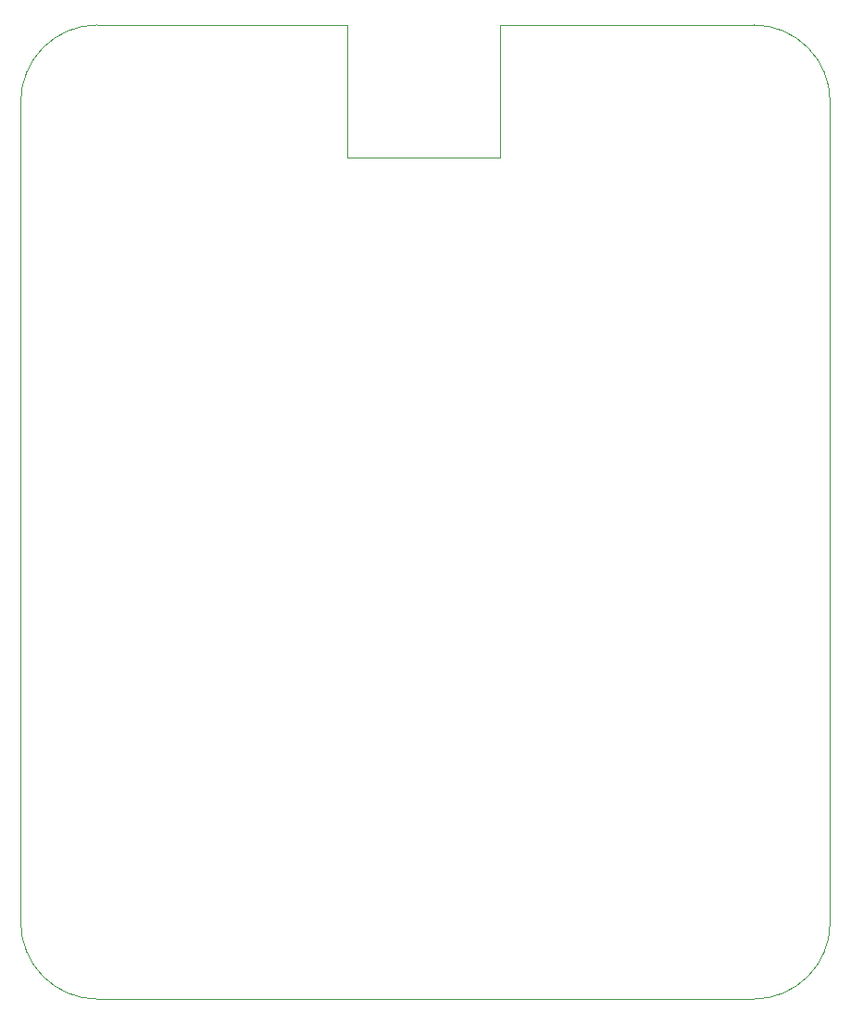
<source format=gbr>
%TF.GenerationSoftware,KiCad,Pcbnew,7.0.2*%
%TF.CreationDate,2023-05-07T16:36:30+01:00*%
%TF.ProjectId,working,776f726b-696e-4672-9e6b-696361645f70,rev?*%
%TF.SameCoordinates,Original*%
%TF.FileFunction,Profile,NP*%
%FSLAX46Y46*%
G04 Gerber Fmt 4.6, Leading zero omitted, Abs format (unit mm)*
G04 Created by KiCad (PCBNEW 7.0.2) date 2023-05-07 16:36:30*
%MOMM*%
%LPD*%
G01*
G04 APERTURE LIST*
%TA.AperFunction,Profile*%
%ADD10C,0.100000*%
%TD*%
G04 APERTURE END LIST*
D10*
X-30000000Y37000000D02*
X-7140000Y37000000D01*
X6830000Y37000000D02*
X30000000Y37000000D01*
X6830000Y24850000D02*
X6830000Y37000000D01*
X-7140000Y24850000D02*
X6830000Y24850000D01*
X-7140000Y37000000D02*
X-7140000Y24850000D01*
X-37000000Y-45000000D02*
X-37000000Y30000000D01*
X30000000Y-52000000D02*
X-30000000Y-52000000D01*
X37000000Y30000000D02*
X37000000Y-45000000D01*
X-37000000Y-45000000D02*
G75*
G03*
X-30000000Y-52000000I7000000J0D01*
G01*
X30000000Y-52000000D02*
G75*
G03*
X37000000Y-45000000I0J7000000D01*
G01*
X37000000Y30000000D02*
G75*
G03*
X30000000Y37000000I-7000000J0D01*
G01*
X-30000000Y37000000D02*
G75*
G03*
X-37000000Y30000000I0J-7000000D01*
G01*
M02*

</source>
